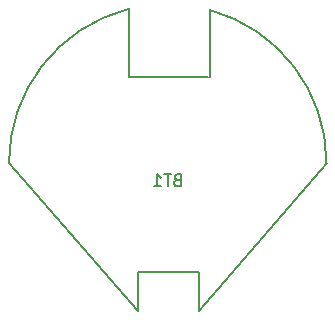
<source format=gbr>
G04 #@! TF.GenerationSoftware,KiCad,Pcbnew,(5.1.2)-2*
G04 #@! TF.CreationDate,2019-07-23T13:22:34-04:00*
G04 #@! TF.ProjectId,light_monitor,6c696768-745f-46d6-9f6e-69746f722e6b,R001*
G04 #@! TF.SameCoordinates,Original*
G04 #@! TF.FileFunction,Legend,Bot*
G04 #@! TF.FilePolarity,Positive*
%FSLAX46Y46*%
G04 Gerber Fmt 4.6, Leading zero omitted, Abs format (unit mm)*
G04 Created by KiCad (PCBNEW (5.1.2)-2) date 2019-07-23 13:22:34*
%MOMM*%
%LPD*%
G04 APERTURE LIST*
%ADD10C,0.150000*%
G04 APERTURE END LIST*
D10*
X116639000Y-98855000D02*
X110035000Y-98855000D01*
X116766000Y-95172000D02*
X116766000Y-93902000D01*
X115877000Y-118667000D02*
X115877000Y-115365000D01*
X115877000Y-115365000D02*
X110924000Y-115365000D01*
X110924000Y-115365000D02*
X110670000Y-115365000D01*
X110670000Y-115365000D02*
X110670000Y-118667000D01*
X109908000Y-93013000D02*
X109908000Y-98855000D01*
X116766000Y-95172000D02*
X116766000Y-98855000D01*
X109884836Y-93049126D02*
G75*
G03X99748000Y-106094000I3325164J-13044874D01*
G01*
X126643213Y-106093999D02*
G75*
G03X116765999Y-93140001I-13433213J-1D01*
G01*
X116766000Y-93902000D02*
X116766000Y-93140000D01*
X99748000Y-106094000D02*
X110670000Y-118667000D01*
X115877000Y-118667000D02*
X126643213Y-106093999D01*
X113995714Y-107538571D02*
X113852857Y-107586190D01*
X113805238Y-107633809D01*
X113757619Y-107729047D01*
X113757619Y-107871904D01*
X113805238Y-107967142D01*
X113852857Y-108014761D01*
X113948095Y-108062380D01*
X114329047Y-108062380D01*
X114329047Y-107062380D01*
X113995714Y-107062380D01*
X113900476Y-107110000D01*
X113852857Y-107157619D01*
X113805238Y-107252857D01*
X113805238Y-107348095D01*
X113852857Y-107443333D01*
X113900476Y-107490952D01*
X113995714Y-107538571D01*
X114329047Y-107538571D01*
X113471904Y-107062380D02*
X112900476Y-107062380D01*
X113186190Y-108062380D02*
X113186190Y-107062380D01*
X112043333Y-108062380D02*
X112614761Y-108062380D01*
X112329047Y-108062380D02*
X112329047Y-107062380D01*
X112424285Y-107205238D01*
X112519523Y-107300476D01*
X112614761Y-107348095D01*
M02*

</source>
